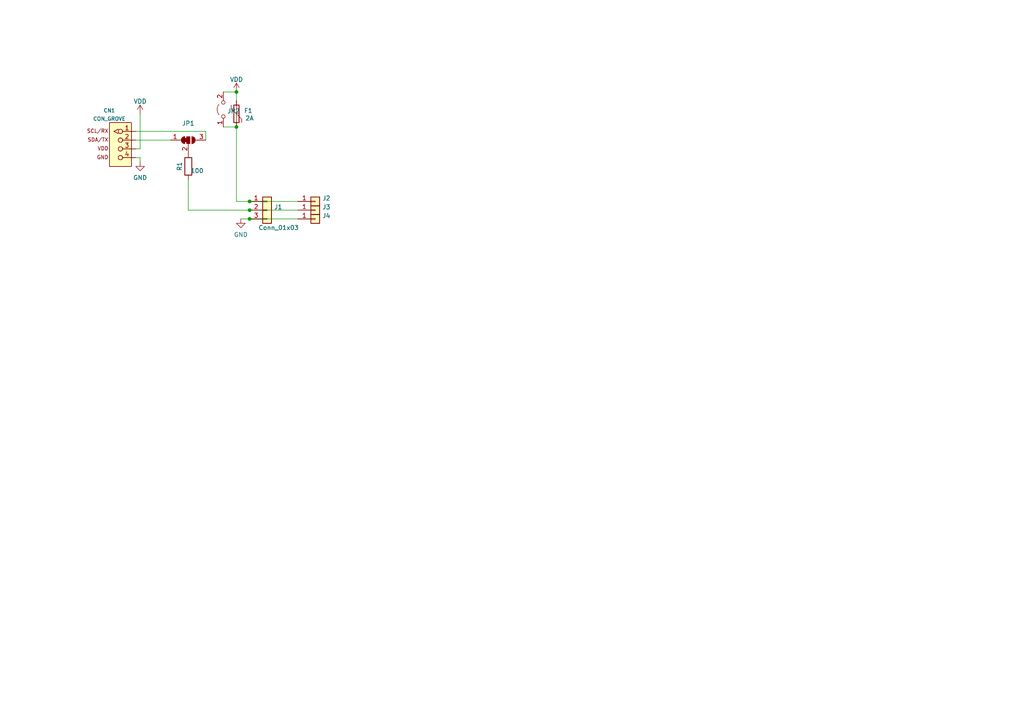
<source format=kicad_sch>
(kicad_sch (version 20211123) (generator eeschema)
  (paper "A4")
  (lib_symbols
    (symbol "Connector_Generic:Conn_01x01" (pin_names (offset 1.016) hide)
      (property "Reference" "J" (at 0 2.54 0))
      (property "Value" "Conn_01x01" (at 0 -2.54 0))
      (symbol "Conn_01x01_1_1"
        (rectangle (start -1.27 0.127) (end 0 -0.127) (stroke (width 0.1524)))
        (rectangle (start -1.27 1.27) (end 1.27 -1.27) (stroke (width 0.254)) (fill (type background)))
        (pin passive line (at -5.08 0 0) (length 3.81) (name "Pin_1") (number "1"))
      )
    )
    (symbol "Connector_Generic:Conn_01x03" (pin_names (offset 1.016) hide)
      (property "Reference" "J" (at 0 5.08 0))
      (property "Value" "Conn_01x03" (at 0 -5.08 0))
      (symbol "Conn_01x03_1_1"
        (rectangle (start -1.27 -2.413) (end 0 -2.667) (stroke (width 0.1524)))
        (rectangle (start -1.27 0.127) (end 0 -0.127) (stroke (width 0.1524)))
        (rectangle (start -1.27 2.667) (end 0 2.413) (stroke (width 0.1524)))
        (rectangle (start -1.27 3.81) (end 1.27 -3.81) (stroke (width 0.254)) (fill (type background)))
        (pin passive line (at -5.08 2.54 0) (length 3.81) (name "Pin_1") (number "1"))
        (pin passive line (at -5.08 0 0) (length 3.81) (name "Pin_2") (number "2"))
        (pin passive line (at -5.08 -2.54 0) (length 3.81) (name "Pin_3") (number "3"))
      )
    )
    (symbol "Device:Polyfuse" (pin_numbers hide) (pin_names (offset 0))
      (property "Reference" "F" (at -2.54 0 90))
      (property "Value" "Polyfuse" (at 2.54 0 90))
      (symbol "Polyfuse_0_1"
        (rectangle (start -0.762 2.54) (end 0.762 -2.54) (stroke (width 0.254)))
        (polyline (pts (xy 0 2.54) (xy 0 -2.54)))
        (polyline (pts (xy -1.524 2.54) (xy -1.524 1.524) (xy 1.524 -1.524) (xy 1.524 -2.54)))
      )
      (symbol "Polyfuse_1_1"
        (pin passive line (at 0 3.81 270) (length 1.27) (name "~") (number "1"))
        (pin passive line (at 0 -3.81 90) (length 1.27) (name "~") (number "2"))
      )
    )
    (symbol "Device:R" (pin_numbers hide) (pin_names (offset 0))
      (property "Reference" "R" (at 2.032 0 90))
      (property "Value" "R" (at 0 0 90))
      (symbol "R_0_1"
        (rectangle (start -1.016 -2.54) (end 1.016 2.54) (stroke (width 0.254)))
      )
      (symbol "R_1_1"
        (pin passive line (at 0 3.81 270) (length 1.27) (name "~") (number "1"))
        (pin passive line (at 0 -3.81 90) (length 1.27) (name "~") (number "2"))
      )
    )
    (symbol "Jumper:Jumper_2_Open" (pin_names (offset 0) hide)
      (property "Reference" "JP" (at 0 2.794 0))
      (property "Value" "Jumper_2_Open" (at 0 -2.286 0))
      (symbol "Jumper_2_Open_0_0"
        (circle (center -2.032 0) (radius 0.508))
        (circle (center 2.032 0) (radius 0.508))
      )
      (symbol "Jumper_2_Open_0_1"
        (arc (start 1.524 1.27) (mid 0 1.778) (end -1.524 1.27))
      )
      (symbol "Jumper_2_Open_1_1"
        (pin passive line (at -5.08 0 0) (length 2.54) (name "A") (number "1"))
        (pin passive line (at 5.08 0 180) (length 2.54) (name "B") (number "2"))
      )
    )
    (symbol "Jumper:SolderJumper_3_Bridged12" (pin_names (offset 0) hide)
      (property "Reference" "JP" (at -2.54 -2.54 0))
      (property "Value" "SolderJumper_3_Bridged12" (at 0 2.794 0))
      (symbol "SolderJumper_3_Bridged12_0_1"
        (rectangle (start -1.016 0.508) (end -0.508 -0.508) (fill (type outline)))
        (arc (start -1.016 1.016) (mid -2.032 0) (end -1.016 -1.016))
        (arc (start -1.016 1.016) (mid -2.032 0) (end -1.016 -1.016) (fill (type outline)))
        (rectangle (start -0.508 1.016) (end 0.508 -1.016) (fill (type outline)))
        (polyline (pts (xy -2.54 0) (xy -2.032 0)))
        (polyline (pts (xy -1.016 1.016) (xy -1.016 -1.016)))
        (polyline (pts (xy 0 -1.27) (xy 0 -1.016)))
        (polyline (pts (xy 1.016 1.016) (xy 1.016 -1.016)))
        (polyline (pts (xy 2.54 0) (xy 2.032 0)))
        (arc (start 1.016 -1.016) (mid 2.032 0) (end 1.016 1.016))
        (arc (start 1.016 -1.016) (mid 2.032 0) (end 1.016 1.016) (fill (type outline)))
      )
      (symbol "SolderJumper_3_Bridged12_1_1"
        (pin passive line (at -5.08 0 0) (length 2.54) (name "A") (number "1"))
        (pin input line (at 0 -3.81 90) (length 2.54) (name "C") (number "2"))
        (pin passive line (at 5.08 0 180) (length 2.54) (name "B") (number "3"))
      )
    )
    (symbol "akita:CON_GROVE" (pin_names (offset 1.016))
      (property "Reference" "CN" (at 0 3.81 0))
      (property "Value" "CON_GROVE" (at 3.81 -5.08 90))
      (symbol "CON_GROVE_1_0"
        (text "GND" (at 5.334 -5.588 0) (effects (font (size 1.0668 1.0668)) (justify left bottom)))
        (text "SCL/RX" (at 5.334 2.032 0) (effects (font (size 1.0668 1.0668)) (justify left bottom)))
        (text "SDA/TX" (at 5.334 -0.508 0) (effects (font (size 1.0668 1.0668)) (justify left bottom)))
        (text "VDD" (at 5.334 -3.048 0) (effects (font (size 1.0668 1.0668)) (justify left bottom)))
        (pin bidirectional inverted_clock (at -2.54 2.54 0) (length 5.08) (name "1") (number "1"))
        (pin bidirectional inverted (at -2.54 0 0) (length 5.08) (name "2") (number "2"))
        (pin bidirectional inverted (at -2.54 -2.54 0) (length 5.08) (name "3") (number "3"))
        (pin bidirectional inverted (at -2.54 -5.08 0) (length 5.08) (name "4") (number "4"))
      )
      (symbol "CON_GROVE_1_1"
        (rectangle (start -1.27 5.08) (end 5.08 -7.62) (stroke (width 0.2032)) (fill (type background)))
      )
    )
    (symbol "power:GND" (power) (pin_names (offset 0))
      (property "Value" "GND" (at 0 -3.81 0))
      (symbol "GND_0_1"
        (polyline (pts (xy 0 0) (xy 0 -1.27) (xy 1.27 -1.27) (xy 0 -2.54) (xy -1.27 -1.27) (xy 0 -1.27)))
      )
      (symbol "GND_1_1"
        (pin power_in line (at 0 0 270) (length 0) hide (name "GND") (number "1"))
      )
    )
    (symbol "power:VDD" (power) (pin_names (offset 0))
      (property "Value" "VDD" (at 0 3.81 0))
      (symbol "VDD_0_1"
        (polyline (pts (xy -0.762 1.27) (xy 0 2.54)))
        (polyline (pts (xy 0 0) (xy 0 2.54)))
        (polyline (pts (xy 0 2.54) (xy 0.762 1.27)))
      )
      (symbol "VDD_1_1"
        (pin power_in line (at 0 0 90) (length 0) hide (name "VDD") (number "1"))
      )
    )
  )
  (junction (at 72.39 58.42))
  (junction (at 68.58 36.83))
  (junction (at 68.58 26.67))
  (junction (at 72.39 60.96))
  (junction (at 72.39 63.5))
  (wire (pts (xy 72.39 63.5) (xy 86.36 63.5)))
  (wire (pts (xy 59.69 38.1) (xy 59.69 40.64)))
  (wire (pts (xy 40.64 45.72) (xy 40.64 46.99)))
  (wire (pts (xy 68.58 36.83) (xy 68.58 58.42)))
  (wire (pts (xy 39.37 45.72) (xy 40.64 45.72)))
  (wire (pts (xy 64.77 36.83) (xy 68.58 36.83)))
  (wire (pts (xy 64.77 26.67) (xy 68.58 26.67)))
  (wire (pts (xy 72.39 58.42) (xy 68.58 58.42)))
  (wire (pts (xy 39.37 40.64) (xy 49.53 40.64)))
  (wire (pts (xy 40.64 33.02) (xy 40.64 43.18)))
  (wire (pts (xy 54.61 60.96) (xy 72.39 60.96)))
  (wire (pts (xy 39.37 38.1) (xy 59.69 38.1)))
  (wire (pts (xy 69.85 63.5) (xy 72.39 63.5)))
  (wire (pts (xy 72.39 58.42) (xy 86.36 58.42)))
  (wire (pts (xy 39.37 43.18) (xy 40.64 43.18)))
  (wire (pts (xy 54.61 52.07) (xy 54.61 60.96)))
  (wire (pts (xy 72.39 60.96) (xy 86.36 60.96)))
  (wire (pts (xy 68.58 26.67) (xy 68.58 29.21)))
  (symbol (lib_id "Jumper:SolderJumper_3_Bridged12") (at 54.61 40.64 0) (unit 1)
    (property "Reference" "JP1" (at 54.61 35.7845 0))
    (property "Value" "SolderJumper_3_Bridged12" (effects hide))
    (property "Footprint" "Jumper:SolderJumper-3_P1.3mm_Bridged12_Pad1.0x1.5mm" (effects hide))
  )
  (symbol (lib_id "Connector_Generic:Conn_01x01") (at 91.44 63.5 0) (unit 1)
    (property "Reference" "J4" (at 93.472 62.5915 0) (effects (justify left)))
    (property "Value" "Conn_01x01" (effects hide))
    (property "Footprint" "akita:Pad_SMD1.6x3.2mm" (effects hide))
  )
  (symbol (lib_id "power:VDD") (at 40.64 33.02 0) (unit 1)
    (property "Reference" "#PWR01" (effects hide))
    (property "Value" "VDD" (at 40.64 29.4155 0))
  )
  (symbol (lib_id "Device:R") (at 54.61 48.26 180) (unit 1)
    (property "Reference" "R1" (at 52.07 48.26 90))
    (property "Value" "100" (at 57.15 49.53 0))
    (property "Footprint" "Resistor_SMD:R_0603_1608Metric" (effects hide))
  )
  (symbol (lib_id "power:GND") (at 69.85 63.5 0) (unit 1)
    (property "Reference" "#PWR08" (effects hide))
    (property "Value" "GND" (at 69.85 68.0625 0))
  )
  (symbol (lib_id "power:GND") (at 40.64 46.99 0) (unit 1)
    (property "Reference" "#PWR02" (effects hide))
    (property "Value" "GND" (at 40.64 51.5525 0))
  )
  (symbol (lib_id "Connector_Generic:Conn_01x03") (at 77.47 60.96 0) (unit 1)
    (property "Reference" "J1" (at 79.502 60.0515 0) (effects (justify left)))
    (property "Value" "Conn_01x03" (at 74.93 66.04 0) (effects (justify left)))
    (property "Footprint" "Connector_JST:JST_XH_S3B-XH-A-1_1x03_P2.50mm_Horizontal" (effects hide))
  )
  (symbol (lib_id "akita:CON_GROVE") (at 36.83 40.64 0) (mirror y) (unit 1)
    (property "Reference" "CN1" (at 31.7087 32.0706 0) (effects (font (size 1.0668 1.0668))))
    (property "Value" "CON_GROVE" (at 31.7087 34.4423 0) (effects (font (size 1.0668 1.0668))))
    (property "Footprint" "akita:CON_GROVE_H" (effects hide))
  )
  (symbol (lib_id "Connector_Generic:Conn_01x01") (at 91.44 58.42 0) (unit 1)
    (property "Reference" "J2" (at 93.472 57.5115 0) (effects (justify left)))
    (property "Value" "Conn_01x01" (effects hide))
    (property "Footprint" "akita:Pad_SMD1.6x3.2mm" (effects hide))
  )
  (symbol (lib_id "Device:Polyfuse") (at 68.58 33.02 180) (unit 1)
    (property "Reference" "F1" (at 70.739 32.1115 0) (effects (justify right)))
    (property "Value" "2A" (at 71.12 34.29 0) (effects (justify right)))
    (property "Footprint" "Fuse:Fuse_1206_3216Metric" (effects hide))
  )
  (symbol (lib_id "Connector_Generic:Conn_01x01") (at 91.44 60.96 0) (unit 1)
    (property "Reference" "J3" (at 93.472 60.0515 0) (effects (justify left)))
    (property "Value" "Conn_01x01" (effects hide))
    (property "Footprint" "akita:Pad_SMD1.6x3.2mm" (effects hide))
  )
  (symbol (lib_id "power:VDD") (at 68.58 26.67 0) (unit 1)
    (property "Reference" "#PWR05" (effects hide))
    (property "Value" "VDD" (at 68.58 23.0655 0))
  )
  (symbol (lib_id "Jumper:Jumper_2_Open") (at 64.77 31.75 90) (unit 1)
    (property "Reference" "JP2" (at 65.913 32.229 90) (effects (justify right)))
    (property "Value" "Jumper_2_Open" (effects hide))
    (property "Footprint" "Jumper:SolderJumper-2_P1.3mm_Open_Pad1.0x1.5mm" (effects hide))
  )
)
</source>
